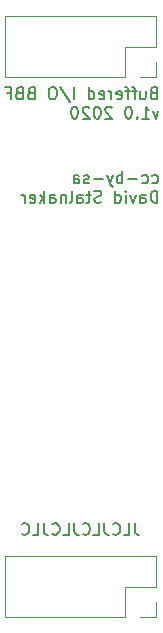
<source format=gbr>
%TF.GenerationSoftware,KiCad,Pcbnew,(5.1.6-0-10_14)*%
%TF.CreationDate,2020-08-09T19:32:51-07:00*%
%TF.ProjectId,bbf-buffer,6262662d-6275-4666-9665-722e6b696361,rev?*%
%TF.SameCoordinates,Original*%
%TF.FileFunction,Legend,Bot*%
%TF.FilePolarity,Positive*%
%FSLAX46Y46*%
G04 Gerber Fmt 4.6, Leading zero omitted, Abs format (unit mm)*
G04 Created by KiCad (PCBNEW (5.1.6-0-10_14)) date 2020-08-09 19:32:51*
%MOMM*%
%LPD*%
G01*
G04 APERTURE LIST*
%ADD10C,0.150000*%
%ADD11C,0.120000*%
G04 APERTURE END LIST*
D10*
X159559047Y-67016380D02*
X159559047Y-67730666D01*
X159606666Y-67873523D01*
X159701904Y-67968761D01*
X159844761Y-68016380D01*
X159940000Y-68016380D01*
X158606666Y-68016380D02*
X159082857Y-68016380D01*
X159082857Y-67016380D01*
X157701904Y-67921142D02*
X157749523Y-67968761D01*
X157892380Y-68016380D01*
X157987619Y-68016380D01*
X158130476Y-67968761D01*
X158225714Y-67873523D01*
X158273333Y-67778285D01*
X158320952Y-67587809D01*
X158320952Y-67444952D01*
X158273333Y-67254476D01*
X158225714Y-67159238D01*
X158130476Y-67064000D01*
X157987619Y-67016380D01*
X157892380Y-67016380D01*
X157749523Y-67064000D01*
X157701904Y-67111619D01*
X156987619Y-67016380D02*
X156987619Y-67730666D01*
X157035238Y-67873523D01*
X157130476Y-67968761D01*
X157273333Y-68016380D01*
X157368571Y-68016380D01*
X156035238Y-68016380D02*
X156511428Y-68016380D01*
X156511428Y-67016380D01*
X155130476Y-67921142D02*
X155178095Y-67968761D01*
X155320952Y-68016380D01*
X155416190Y-68016380D01*
X155559047Y-67968761D01*
X155654285Y-67873523D01*
X155701904Y-67778285D01*
X155749523Y-67587809D01*
X155749523Y-67444952D01*
X155701904Y-67254476D01*
X155654285Y-67159238D01*
X155559047Y-67064000D01*
X155416190Y-67016380D01*
X155320952Y-67016380D01*
X155178095Y-67064000D01*
X155130476Y-67111619D01*
X154416190Y-67016380D02*
X154416190Y-67730666D01*
X154463809Y-67873523D01*
X154559047Y-67968761D01*
X154701904Y-68016380D01*
X154797142Y-68016380D01*
X153463809Y-68016380D02*
X153940000Y-68016380D01*
X153940000Y-67016380D01*
X152559047Y-67921142D02*
X152606666Y-67968761D01*
X152749523Y-68016380D01*
X152844761Y-68016380D01*
X152987619Y-67968761D01*
X153082857Y-67873523D01*
X153130476Y-67778285D01*
X153178095Y-67587809D01*
X153178095Y-67444952D01*
X153130476Y-67254476D01*
X153082857Y-67159238D01*
X152987619Y-67064000D01*
X152844761Y-67016380D01*
X152749523Y-67016380D01*
X152606666Y-67064000D01*
X152559047Y-67111619D01*
X151844761Y-67016380D02*
X151844761Y-67730666D01*
X151892380Y-67873523D01*
X151987619Y-67968761D01*
X152130476Y-68016380D01*
X152225714Y-68016380D01*
X150892380Y-68016380D02*
X151368571Y-68016380D01*
X151368571Y-67016380D01*
X149987619Y-67921142D02*
X150035238Y-67968761D01*
X150178095Y-68016380D01*
X150273333Y-68016380D01*
X150416190Y-67968761D01*
X150511428Y-67873523D01*
X150559047Y-67778285D01*
X150606666Y-67587809D01*
X150606666Y-67444952D01*
X150559047Y-67254476D01*
X150511428Y-67159238D01*
X150416190Y-67064000D01*
X150273333Y-67016380D01*
X150178095Y-67016380D01*
X150035238Y-67064000D01*
X149987619Y-67111619D01*
X161129071Y-30599571D02*
X160986214Y-30647190D01*
X160938595Y-30694809D01*
X160890976Y-30790047D01*
X160890976Y-30932904D01*
X160938595Y-31028142D01*
X160986214Y-31075761D01*
X161081452Y-31123380D01*
X161462404Y-31123380D01*
X161462404Y-30123380D01*
X161129071Y-30123380D01*
X161033833Y-30171000D01*
X160986214Y-30218619D01*
X160938595Y-30313857D01*
X160938595Y-30409095D01*
X160986214Y-30504333D01*
X161033833Y-30551952D01*
X161129071Y-30599571D01*
X161462404Y-30599571D01*
X160033833Y-30456714D02*
X160033833Y-31123380D01*
X160462404Y-30456714D02*
X160462404Y-30980523D01*
X160414785Y-31075761D01*
X160319547Y-31123380D01*
X160176690Y-31123380D01*
X160081452Y-31075761D01*
X160033833Y-31028142D01*
X159700500Y-30456714D02*
X159319547Y-30456714D01*
X159557642Y-31123380D02*
X159557642Y-30266238D01*
X159510023Y-30171000D01*
X159414785Y-30123380D01*
X159319547Y-30123380D01*
X159129071Y-30456714D02*
X158748119Y-30456714D01*
X158986214Y-31123380D02*
X158986214Y-30266238D01*
X158938595Y-30171000D01*
X158843357Y-30123380D01*
X158748119Y-30123380D01*
X158033833Y-31075761D02*
X158129071Y-31123380D01*
X158319547Y-31123380D01*
X158414785Y-31075761D01*
X158462404Y-30980523D01*
X158462404Y-30599571D01*
X158414785Y-30504333D01*
X158319547Y-30456714D01*
X158129071Y-30456714D01*
X158033833Y-30504333D01*
X157986214Y-30599571D01*
X157986214Y-30694809D01*
X158462404Y-30790047D01*
X157557642Y-31123380D02*
X157557642Y-30456714D01*
X157557642Y-30647190D02*
X157510023Y-30551952D01*
X157462404Y-30504333D01*
X157367166Y-30456714D01*
X157271928Y-30456714D01*
X156557642Y-31075761D02*
X156652880Y-31123380D01*
X156843357Y-31123380D01*
X156938595Y-31075761D01*
X156986214Y-30980523D01*
X156986214Y-30599571D01*
X156938595Y-30504333D01*
X156843357Y-30456714D01*
X156652880Y-30456714D01*
X156557642Y-30504333D01*
X156510023Y-30599571D01*
X156510023Y-30694809D01*
X156986214Y-30790047D01*
X155652880Y-31123380D02*
X155652880Y-30123380D01*
X155652880Y-31075761D02*
X155748119Y-31123380D01*
X155938595Y-31123380D01*
X156033833Y-31075761D01*
X156081452Y-31028142D01*
X156129071Y-30932904D01*
X156129071Y-30647190D01*
X156081452Y-30551952D01*
X156033833Y-30504333D01*
X155938595Y-30456714D01*
X155748119Y-30456714D01*
X155652880Y-30504333D01*
X154414785Y-31123380D02*
X154414785Y-30123380D01*
X153224309Y-30075761D02*
X154081452Y-31361476D01*
X152700500Y-30123380D02*
X152510023Y-30123380D01*
X152414785Y-30171000D01*
X152319547Y-30266238D01*
X152271928Y-30456714D01*
X152271928Y-30790047D01*
X152319547Y-30980523D01*
X152414785Y-31075761D01*
X152510023Y-31123380D01*
X152700500Y-31123380D01*
X152795738Y-31075761D01*
X152890976Y-30980523D01*
X152938595Y-30790047D01*
X152938595Y-30456714D01*
X152890976Y-30266238D01*
X152795738Y-30171000D01*
X152700500Y-30123380D01*
X150748119Y-30599571D02*
X150605261Y-30647190D01*
X150557642Y-30694809D01*
X150510023Y-30790047D01*
X150510023Y-30932904D01*
X150557642Y-31028142D01*
X150605261Y-31075761D01*
X150700500Y-31123380D01*
X151081452Y-31123380D01*
X151081452Y-30123380D01*
X150748119Y-30123380D01*
X150652880Y-30171000D01*
X150605261Y-30218619D01*
X150557642Y-30313857D01*
X150557642Y-30409095D01*
X150605261Y-30504333D01*
X150652880Y-30551952D01*
X150748119Y-30599571D01*
X151081452Y-30599571D01*
X149748119Y-30599571D02*
X149605261Y-30647190D01*
X149557642Y-30694809D01*
X149510023Y-30790047D01*
X149510023Y-30932904D01*
X149557642Y-31028142D01*
X149605261Y-31075761D01*
X149700500Y-31123380D01*
X150081452Y-31123380D01*
X150081452Y-30123380D01*
X149748119Y-30123380D01*
X149652880Y-30171000D01*
X149605261Y-30218619D01*
X149557642Y-30313857D01*
X149557642Y-30409095D01*
X149605261Y-30504333D01*
X149652880Y-30551952D01*
X149748119Y-30599571D01*
X150081452Y-30599571D01*
X148748119Y-30599571D02*
X149081452Y-30599571D01*
X149081452Y-31123380D02*
X149081452Y-30123380D01*
X148605261Y-30123380D01*
X161557642Y-32106714D02*
X161319547Y-32773380D01*
X161081452Y-32106714D01*
X160176690Y-32773380D02*
X160748119Y-32773380D01*
X160462404Y-32773380D02*
X160462404Y-31773380D01*
X160557642Y-31916238D01*
X160652880Y-32011476D01*
X160748119Y-32059095D01*
X159748119Y-32678142D02*
X159700500Y-32725761D01*
X159748119Y-32773380D01*
X159795738Y-32725761D01*
X159748119Y-32678142D01*
X159748119Y-32773380D01*
X159081452Y-31773380D02*
X158986214Y-31773380D01*
X158890976Y-31821000D01*
X158843357Y-31868619D01*
X158795738Y-31963857D01*
X158748119Y-32154333D01*
X158748119Y-32392428D01*
X158795738Y-32582904D01*
X158843357Y-32678142D01*
X158890976Y-32725761D01*
X158986214Y-32773380D01*
X159081452Y-32773380D01*
X159176690Y-32725761D01*
X159224309Y-32678142D01*
X159271928Y-32582904D01*
X159319547Y-32392428D01*
X159319547Y-32154333D01*
X159271928Y-31963857D01*
X159224309Y-31868619D01*
X159176690Y-31821000D01*
X159081452Y-31773380D01*
X157605261Y-31868619D02*
X157557642Y-31821000D01*
X157462404Y-31773380D01*
X157224309Y-31773380D01*
X157129071Y-31821000D01*
X157081452Y-31868619D01*
X157033833Y-31963857D01*
X157033833Y-32059095D01*
X157081452Y-32201952D01*
X157652880Y-32773380D01*
X157033833Y-32773380D01*
X156414785Y-31773380D02*
X156319547Y-31773380D01*
X156224309Y-31821000D01*
X156176690Y-31868619D01*
X156129071Y-31963857D01*
X156081452Y-32154333D01*
X156081452Y-32392428D01*
X156129071Y-32582904D01*
X156176690Y-32678142D01*
X156224309Y-32725761D01*
X156319547Y-32773380D01*
X156414785Y-32773380D01*
X156510023Y-32725761D01*
X156557642Y-32678142D01*
X156605261Y-32582904D01*
X156652880Y-32392428D01*
X156652880Y-32154333D01*
X156605261Y-31963857D01*
X156557642Y-31868619D01*
X156510023Y-31821000D01*
X156414785Y-31773380D01*
X155700500Y-31868619D02*
X155652880Y-31821000D01*
X155557642Y-31773380D01*
X155319547Y-31773380D01*
X155224309Y-31821000D01*
X155176690Y-31868619D01*
X155129071Y-31963857D01*
X155129071Y-32059095D01*
X155176690Y-32201952D01*
X155748119Y-32773380D01*
X155129071Y-32773380D01*
X154510023Y-31773380D02*
X154414785Y-31773380D01*
X154319547Y-31821000D01*
X154271928Y-31868619D01*
X154224309Y-31963857D01*
X154176690Y-32154333D01*
X154176690Y-32392428D01*
X154224309Y-32582904D01*
X154271928Y-32678142D01*
X154319547Y-32725761D01*
X154414785Y-32773380D01*
X154510023Y-32773380D01*
X154605261Y-32725761D01*
X154652880Y-32678142D01*
X154700500Y-32582904D01*
X154748119Y-32392428D01*
X154748119Y-32154333D01*
X154700500Y-31963857D01*
X154652880Y-31868619D01*
X154605261Y-31821000D01*
X154510023Y-31773380D01*
X161033833Y-38187761D02*
X161129071Y-38235380D01*
X161319547Y-38235380D01*
X161414785Y-38187761D01*
X161462404Y-38140142D01*
X161510023Y-38044904D01*
X161510023Y-37759190D01*
X161462404Y-37663952D01*
X161414785Y-37616333D01*
X161319547Y-37568714D01*
X161129071Y-37568714D01*
X161033833Y-37616333D01*
X160176690Y-38187761D02*
X160271928Y-38235380D01*
X160462404Y-38235380D01*
X160557642Y-38187761D01*
X160605261Y-38140142D01*
X160652880Y-38044904D01*
X160652880Y-37759190D01*
X160605261Y-37663952D01*
X160557642Y-37616333D01*
X160462404Y-37568714D01*
X160271928Y-37568714D01*
X160176690Y-37616333D01*
X159748119Y-37854428D02*
X158986214Y-37854428D01*
X158510023Y-38235380D02*
X158510023Y-37235380D01*
X158510023Y-37616333D02*
X158414785Y-37568714D01*
X158224309Y-37568714D01*
X158129071Y-37616333D01*
X158081452Y-37663952D01*
X158033833Y-37759190D01*
X158033833Y-38044904D01*
X158081452Y-38140142D01*
X158129071Y-38187761D01*
X158224309Y-38235380D01*
X158414785Y-38235380D01*
X158510023Y-38187761D01*
X157700500Y-37568714D02*
X157462404Y-38235380D01*
X157224309Y-37568714D02*
X157462404Y-38235380D01*
X157557642Y-38473476D01*
X157605261Y-38521095D01*
X157700500Y-38568714D01*
X156843357Y-37854428D02*
X156081452Y-37854428D01*
X155652880Y-38187761D02*
X155557642Y-38235380D01*
X155367166Y-38235380D01*
X155271928Y-38187761D01*
X155224309Y-38092523D01*
X155224309Y-38044904D01*
X155271928Y-37949666D01*
X155367166Y-37902047D01*
X155510023Y-37902047D01*
X155605261Y-37854428D01*
X155652880Y-37759190D01*
X155652880Y-37711571D01*
X155605261Y-37616333D01*
X155510023Y-37568714D01*
X155367166Y-37568714D01*
X155271928Y-37616333D01*
X154367166Y-38235380D02*
X154367166Y-37711571D01*
X154414785Y-37616333D01*
X154510023Y-37568714D01*
X154700500Y-37568714D01*
X154795738Y-37616333D01*
X154367166Y-38187761D02*
X154462404Y-38235380D01*
X154700500Y-38235380D01*
X154795738Y-38187761D01*
X154843357Y-38092523D01*
X154843357Y-37997285D01*
X154795738Y-37902047D01*
X154700500Y-37854428D01*
X154462404Y-37854428D01*
X154367166Y-37806809D01*
X161462404Y-39885380D02*
X161462404Y-38885380D01*
X161224309Y-38885380D01*
X161081452Y-38933000D01*
X160986214Y-39028238D01*
X160938595Y-39123476D01*
X160890976Y-39313952D01*
X160890976Y-39456809D01*
X160938595Y-39647285D01*
X160986214Y-39742523D01*
X161081452Y-39837761D01*
X161224309Y-39885380D01*
X161462404Y-39885380D01*
X160033833Y-39885380D02*
X160033833Y-39361571D01*
X160081452Y-39266333D01*
X160176690Y-39218714D01*
X160367166Y-39218714D01*
X160462404Y-39266333D01*
X160033833Y-39837761D02*
X160129071Y-39885380D01*
X160367166Y-39885380D01*
X160462404Y-39837761D01*
X160510023Y-39742523D01*
X160510023Y-39647285D01*
X160462404Y-39552047D01*
X160367166Y-39504428D01*
X160129071Y-39504428D01*
X160033833Y-39456809D01*
X159652880Y-39218714D02*
X159414785Y-39885380D01*
X159176690Y-39218714D01*
X158795738Y-39885380D02*
X158795738Y-39218714D01*
X158795738Y-38885380D02*
X158843357Y-38933000D01*
X158795738Y-38980619D01*
X158748119Y-38933000D01*
X158795738Y-38885380D01*
X158795738Y-38980619D01*
X157890976Y-39885380D02*
X157890976Y-38885380D01*
X157890976Y-39837761D02*
X157986214Y-39885380D01*
X158176690Y-39885380D01*
X158271928Y-39837761D01*
X158319547Y-39790142D01*
X158367166Y-39694904D01*
X158367166Y-39409190D01*
X158319547Y-39313952D01*
X158271928Y-39266333D01*
X158176690Y-39218714D01*
X157986214Y-39218714D01*
X157890976Y-39266333D01*
X156700500Y-39837761D02*
X156557642Y-39885380D01*
X156319547Y-39885380D01*
X156224309Y-39837761D01*
X156176690Y-39790142D01*
X156129071Y-39694904D01*
X156129071Y-39599666D01*
X156176690Y-39504428D01*
X156224309Y-39456809D01*
X156319547Y-39409190D01*
X156510023Y-39361571D01*
X156605261Y-39313952D01*
X156652880Y-39266333D01*
X156700500Y-39171095D01*
X156700500Y-39075857D01*
X156652880Y-38980619D01*
X156605261Y-38933000D01*
X156510023Y-38885380D01*
X156271928Y-38885380D01*
X156129071Y-38933000D01*
X155843357Y-39218714D02*
X155462404Y-39218714D01*
X155700500Y-38885380D02*
X155700500Y-39742523D01*
X155652880Y-39837761D01*
X155557642Y-39885380D01*
X155462404Y-39885380D01*
X154700500Y-39885380D02*
X154700500Y-39361571D01*
X154748119Y-39266333D01*
X154843357Y-39218714D01*
X155033833Y-39218714D01*
X155129071Y-39266333D01*
X154700500Y-39837761D02*
X154795738Y-39885380D01*
X155033833Y-39885380D01*
X155129071Y-39837761D01*
X155176690Y-39742523D01*
X155176690Y-39647285D01*
X155129071Y-39552047D01*
X155033833Y-39504428D01*
X154795738Y-39504428D01*
X154700500Y-39456809D01*
X154081452Y-39885380D02*
X154176690Y-39837761D01*
X154224309Y-39742523D01*
X154224309Y-38885380D01*
X153700500Y-39218714D02*
X153700500Y-39885380D01*
X153700500Y-39313952D02*
X153652880Y-39266333D01*
X153557642Y-39218714D01*
X153414785Y-39218714D01*
X153319547Y-39266333D01*
X153271928Y-39361571D01*
X153271928Y-39885380D01*
X152367166Y-39885380D02*
X152367166Y-39361571D01*
X152414785Y-39266333D01*
X152510023Y-39218714D01*
X152700500Y-39218714D01*
X152795738Y-39266333D01*
X152367166Y-39837761D02*
X152462404Y-39885380D01*
X152700500Y-39885380D01*
X152795738Y-39837761D01*
X152843357Y-39742523D01*
X152843357Y-39647285D01*
X152795738Y-39552047D01*
X152700500Y-39504428D01*
X152462404Y-39504428D01*
X152367166Y-39456809D01*
X151890976Y-39885380D02*
X151890976Y-38885380D01*
X151795738Y-39504428D02*
X151510023Y-39885380D01*
X151510023Y-39218714D02*
X151890976Y-39599666D01*
X150700500Y-39837761D02*
X150795738Y-39885380D01*
X150986214Y-39885380D01*
X151081452Y-39837761D01*
X151129071Y-39742523D01*
X151129071Y-39361571D01*
X151081452Y-39266333D01*
X150986214Y-39218714D01*
X150795738Y-39218714D01*
X150700500Y-39266333D01*
X150652880Y-39361571D01*
X150652880Y-39456809D01*
X151129071Y-39552047D01*
X150224309Y-39885380D02*
X150224309Y-39218714D01*
X150224309Y-39409190D02*
X150176690Y-39313952D01*
X150129071Y-39266333D01*
X150033833Y-39218714D01*
X149938595Y-39218714D01*
D11*
%TO.C,J2*%
X161350000Y-29270000D02*
X161350000Y-27940000D01*
X160020000Y-29270000D02*
X161350000Y-29270000D01*
X161350000Y-26670000D02*
X161350000Y-24070000D01*
X158750000Y-26670000D02*
X161350000Y-26670000D01*
X158750000Y-29270000D02*
X158750000Y-26670000D01*
X161350000Y-24070000D02*
X148530000Y-24070000D01*
X158750000Y-29270000D02*
X148530000Y-29270000D01*
X148530000Y-29270000D02*
X148530000Y-24070000D01*
%TO.C,J1*%
X148530000Y-74990000D02*
X148530000Y-69790000D01*
X158750000Y-74990000D02*
X148530000Y-74990000D01*
X161350000Y-69790000D02*
X148530000Y-69790000D01*
X158750000Y-74990000D02*
X158750000Y-72390000D01*
X158750000Y-72390000D02*
X161350000Y-72390000D01*
X161350000Y-72390000D02*
X161350000Y-69790000D01*
X160020000Y-74990000D02*
X161350000Y-74990000D01*
X161350000Y-74990000D02*
X161350000Y-73660000D01*
%TD*%
M02*

</source>
